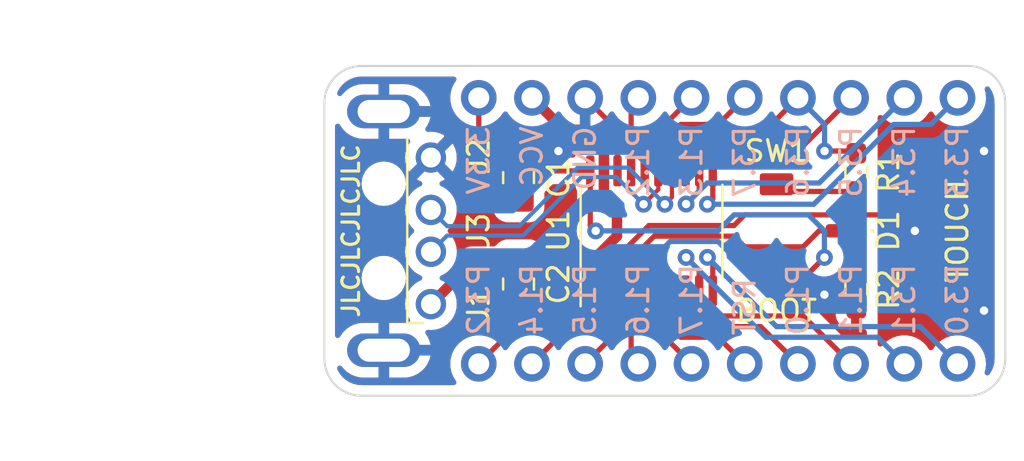
<source format=kicad_pcb>
(kicad_pcb (version 20211014) (generator pcbnew)
  (layers (0 "F.Cu" signal) (31 "B.Cu" signal) (34 "B.Paste" user) (35 "F.Paste" user) (36 "B.SilkS" user "B.Silkscreen") (37 "F.SilkS" user "F.Silkscreen") (38 "B.Mask" user) (39 "F.Mask" user) (44 "Edge.Cuts" user))
  (net 0 "")
  (net 1 "+3.3V")
  (net 2 "GND")
  (net 3 "VCC")
  (net 4 "P3.2")
  (net 5 "P1.4")
  (net 6 "P1.5")
  (net 7 "P1.6")
  (net 8 "P1.7")
  (net 9 "RST")
  (net 10 "P3.1")
  (net 11 "P3.0")
  (net 12 "P1.1")
  (net 13 "P3.3")
  (net 14 "P3.4")
  (net 15 "P1.0")
  (net 16 "Net-(R1-Pad2)")
  (net 17 "P1.2")
  (net 18 "P1.3")
  (net 19 "D-")
  (net 20 "D+")
  (net 21 "P3.5")
  (net 22 "Net-(D1-Pad1)")
  (footprint "Capacitor_SMD:C_0805_2012Metric_Pad1.18x1.45mm_HandSolder" (layer "F.Cu") (at 109.855 93.472 -90)
    (fp_text reference "C2" (at 0 -1.905 -90) (layer "F.SilkS"))
    (fp_text value "100n")
    (fp_line (start -0.261252 0.735) (end 0.261252 0.735) (layer "F.SilkS") (width 0.12))
    (fp_line (start -0.261252 -0.735) (end 0.261252 -0.735) (layer "F.SilkS") (width 0.12))
    (pad "1" smd roundrect (at -1.0375 0 270) (size 1.175 1.45) (layers "F.Cu" "F.Paste" "F.Mask") (roundrect_rratio 0.2127659574) (net 3 "VCC"))
    (pad "2" smd roundrect (at 1.0375 0 270) (size 1.175 1.45) (layers "F.Cu" "F.Paste" "F.Mask") (roundrect_rratio 0.2127659574) (net 2 "GND"))
  )
  (footprint "Capacitor_SMD:C_0805_2012Metric_Pad1.18x1.45mm_HandSolder" (layer "F.Cu") (at 109.855 88.392 90)
    (fp_text reference "C1" (at 0 1.905 90) (layer "F.SilkS"))
    (fp_text value "100n")
    (fp_line (start -0.261252 -0.735) (end 0.261252 -0.735) (layer "F.SilkS") (width 0.12))
    (fp_line (start -0.261252 0.735) (end 0.261252 0.735) (layer "F.SilkS") (width 0.12))
    (pad "1" smd roundrect (at -1.0375 0 90) (size 1.175 1.45) (layers "F.Cu" "F.Paste" "F.Mask") (roundrect_rratio 0.2127659574) (net 1 "+3.3V"))
    (pad "2" smd roundrect (at 1.0375 0 90) (size 1.175 1.45) (layers "F.Cu" "F.Paste" "F.Mask") (roundrect_rratio 0.2127659574) (net 2 "GND"))
  )
  (footprint "Connector_PinHeader_2.54mm:PinHeader_1x10_P2.54mm_Vertical" (layer "F.Cu") (at 107.955 97.282 90)
    (fp_text reference "J1" (at 2.794 -0.005 90) (layer "F.SilkS"))
    (fp_text value "Conn_01x10")
    (pad "1" thru_hole oval (at 0 0 90) (size 1.7 1.7) (drill 1) (layers *.Cu *.Mask) (net 4 "P3.2"))
    (pad "2" thru_hole oval (at 0 2.54 90) (size 1.7 1.7) (drill 1) (layers *.Cu *.Mask) (net 5 "P1.4"))
    (pad "3" thru_hole oval (at 0 5.08 90) (size 1.7 1.7) (drill 1) (layers *.Cu *.Mask) (net 6 "P1.5"))
    (pad "4" thru_hole oval (at 0 7.62 90) (size 1.7 1.7) (drill 1) (layers *.Cu *.Mask) (net 7 "P1.6"))
    (pad "5" thru_hole oval (at 0 10.16 90) (size 1.7 1.7) (drill 1) (layers *.Cu *.Mask) (net 8 "P1.7"))
    (pad "6" thru_hole oval (at 0 12.7 90) (size 1.7 1.7) (drill 1) (layers *.Cu *.Mask) (net 9 "RST"))
    (pad "7" thru_hole oval (at 0 15.24 90) (size 1.7 1.7) (drill 1) (layers *.Cu *.Mask) (net 15 "P1.0"))
    (pad "8" thru_hole oval (at 0 17.78 90) (size 1.7 1.7) (drill 1) (layers *.Cu *.Mask) (net 12 "P1.1"))
    (pad "9" thru_hole oval (at 0 20.32 90) (size 1.7 1.7) (drill 1) (layers *.Cu *.Mask) (net 10 "P3.1"))
    (pad "10" thru_hole oval (at 0 22.86 90) (size 1.7 1.7) (drill 1) (layers *.Cu *.Mask) (net 11 "P3.0"))
  )
  (footprint "Resistor_SMD:R_0603_1608Metric_Pad0.98x0.95mm_HandSolder" (layer "F.Cu") (at 125.984 93.726 -90)
    (fp_text reference "R2" (at 0 -1.524 90) (layer "F.SilkS"))
    (fp_text value "1k")
    (fp_line (start -0.254724 0.5225) (end 0.254724 0.5225) (layer "F.SilkS") (width 0.12))
    (fp_line (start -0.254724 -0.5225) (end 0.254724 -0.5225) (layer "F.SilkS") (width 0.12))
    (pad "1" smd roundrect (at -0.9125 0 270) (size 0.975 0.95) (layers "F.Cu" "F.Paste" "F.Mask") (net 22 "Net-(D1-Pad1)"))
    (pad "2" smd roundrect (at 0.9125 0 270) (size 0.975 0.95) (layers "F.Cu" "F.Paste" "F.Mask") (net 2 "GND"))
  )
  (footprint "My_Library:USB_A_UseconnElectronics_USB-4AM103AS_Horizontal" (layer "F.Cu") (at 96.52 90.932 180)
    (fp_text reference "J3" (at -11.43 0 90) (layer "F.SilkS"))
    (fp_text value "USB_A")
    (fp_line (start -8.02 -4.4) (end -8.775 -4.4) (layer "F.SilkS") (width 0.12))
    (fp_line (start -8.02 -4.4) (end -8.02 4.4) (layer "F.SilkS") (width 0.12))
    (pad "" np_thru_hole circle (at -6.9 -2.25 180) (size 1.1 1.1) (drill 1.1) (layers F&B.Cu *.Mask))
    (pad "" np_thru_hole circle (at -6.9 2.25 180) (size 1.1 1.1) (drill 1.1) (layers F&B.Cu *.Mask))
    (pad "1" thru_hole circle (at -9.15 -3.5 180) (size 1.45 1.45) (drill 0.95) (layers *.Cu *.Mask) (net 3 "VCC"))
    (pad "2" thru_hole circle (at -9.15 -1 180) (size 1.45 1.45) (drill 0.95) (layers *.Cu *.Mask) (net 19 "D-"))
    (pad "3" thru_hole circle (at -9.15 1 180) (size 1.45 1.45) (drill 0.95) (layers *.Cu *.Mask) (net 20 "D+"))
    (pad "4" thru_hole circle (at -9.15 3.5 180) (size 1.45 1.45) (drill 0.95) (layers *.Cu *.Mask) (net 2 "GND"))
    (pad "5" thru_hole oval (at -6.9 -5.7 180) (size 3.5 1.6) (drill oval 2.5 1.1) (layers *.Cu *.Mask) (net 2 "GND"))
    (pad "5" thru_hole oval (at -6.9 5.7 180) (size 3.5 1.6) (drill oval 2.5 1.1) (layers *.Cu *.Mask) (net 2 "GND"))
  )
  (footprint "Package_SO:TSSOP-20_4.4x6.5mm_P0.65mm" (layer "F.Cu") (at 116.205 90.932 90)
    (fp_text reference "U1" (at 0 -4.445 90) (layer "F.SilkS"))
    (fp_text value "CH552T")
    (fp_line (start 0 3.385) (end 2.2 3.385) (layer "F.SilkS") (width 0.12))
    (fp_line (start 0 3.385) (end -2.2 3.385) (layer "F.SilkS") (width 0.12))
    (fp_line (start 0 -3.385) (end 2.2 -3.385) (layer "F.SilkS") (width 0.12))
    (fp_line (start 0 -3.385) (end -3.6 -3.385) (layer "F.SilkS") (width 0.12))
    (pad "1" smd roundrect (at -2.8625 -2.925 90) (size 1.475 0.4) (layers "F.Cu" "F.Paste" "F.Mask") (net 4 "P3.2"))
    (pad "2" smd roundrect (at -2.8625 -2.275 90) (size 1.475 0.4) (layers "F.Cu" "F.Paste" "F.Mask") (net 5 "P1.4"))
    (pad "3" smd roundrect (at -2.8625 -1.625 90) (size 1.475 0.4) (layers "F.Cu" "F.Paste" "F.Mask") (net 6 "P1.5"))
    (pad "4" smd roundrect (at -2.8625 -0.975 90) (size 1.475 0.4) (layers "F.Cu" "F.Paste" "F.Mask") (net 7 "P1.6"))
    (pad "5" smd roundrect (at -2.8625 -0.325 90) (size 1.475 0.4) (layers "F.Cu" "F.Paste" "F.Mask") (net 8 "P1.7"))
    (pad "6" smd roundrect (at -2.8625 0.325 90) (size 1.475 0.4) (layers "F.Cu" "F.Paste" "F.Mask") (net 9 "RST"))
    (pad "7" smd roundrect (at -2.8625 0.975 90) (size 1.475 0.4) (layers "F.Cu" "F.Paste" "F.Mask") (net 15 "P1.0"))
    (pad "8" smd roundrect (at -2.8625 1.625 90) (size 1.475 0.4) (layers "F.Cu" "F.Paste" "F.Mask") (net 12 "P1.1"))
    (pad "9" smd roundrect (at -2.8625 2.275 90) (size 1.475 0.4) (layers "F.Cu" "F.Paste" "F.Mask") (net 10 "P3.1"))
    (pad "10" smd roundrect (at -2.8625 2.925 90) (size 1.475 0.4) (layers "F.Cu" "F.Paste" "F.Mask") (net 11 "P3.0"))
    (pad "11" smd roundrect (at 2.8625 2.925 90) (size 1.475 0.4) (layers "F.Cu" "F.Paste" "F.Mask") (net 13 "P3.3"))
    (pad "12" smd roundrect (at 2.8625 2.275 90) (size 1.475 0.4) (layers "F.Cu" "F.Paste" "F.Mask") (net 14 "P3.4"))
    (pad "13" smd roundrect (at 2.8625 1.625 90) (size 1.475 0.4) (layers "F.Cu" "F.Paste" "F.Mask") (net 21 "P3.5"))
    (pad "14" smd roundrect (at 2.8625 0.975 90) (size 1.475 0.4) (layers "F.Cu" "F.Paste" "F.Mask") (net 20 "D+"))
    (pad "15" smd roundrect (at 2.8625 0.325 90) (size 1.475 0.4) (layers "F.Cu" "F.Paste" "F.Mask") (net 19 "D-"))
    (pad "16" smd roundrect (at 2.8625 -0.325 90) (size 1.475 0.4) (layers "F.Cu" "F.Paste" "F.Mask") (net 18 "P1.3"))
    (pad "17" smd roundrect (at 2.8625 -0.975 90) (size 1.475 0.4) (layers "F.Cu" "F.Paste" "F.Mask") (net 17 "P1.2"))
    (pad "18" smd roundrect (at 2.8625 -1.625 90) (size 1.475 0.4) (layers "F.Cu" "F.Paste" "F.Mask") (net 2 "GND"))
    (pad "19" smd roundrect (at 2.8625 -2.275 90) (size 1.475 0.4) (layers "F.Cu" "F.Paste" "F.Mask") (net 3 "VCC"))
    (pad "20" smd roundrect (at 2.8625 -2.925 90) (size 1.475 0.4) (layers "F.Cu" "F.Paste" "F.Mask") (net 1 "+3.3V"))
  )
  (footprint "LED_SMD:LED_0402_1005Metric_Pad0.77x0.64mm_HandSolder" (layer "F.Cu") (at 125.476 90.932 180)
    (fp_text reference "D1" (at -2.032 0 90) (layer "F.SilkS"))
    (fp_text value "LED")
    (fp_circle (center -1.265 0) (end -1.215 0) (layer "F.SilkS") (width 0.1) (fill none))
    (pad "1" smd roundrect (at -0.5725 0 180) (size 0.765 0.64) (layers "F.Cu" "F.Paste" "F.Mask") (net 22 "Net-(D1-Pad1)"))
    (pad "2" smd roundrect (at 0.5725 0 180) (size 0.765 0.64) (layers "F.Cu" "F.Paste" "F.Mask") (net 6 "P1.5"))
  )
  (footprint "My_Library:SW_Push_SPST_NO_TVAF06-A020B-R" (layer "F.Cu") (at 122.174 90.932 180)
    (fp_text reference "SW1" (at 0 3.81) (layer "F.SilkS"))
    (fp_text value "BOOT" (at 0 -3.81) (layer "F.SilkS"))
    (pad "" np_thru_hole circle (at -0.9 0 180) (size 0.75 0.75) (drill 0.75) (layers *.Cu *.Mask))
    (pad "" np_thru_hole circle (at 0.9 0 180) (size 0.75 0.75) (drill 0.75) (layers *.Cu *.Mask))
    (pad "1" smd roundrect (at 0 2.225 180) (size 1.6 1.05) (layers "F.Cu" "F.Paste" "F.Mask") (roundrect_rratio 0.125) (net 16 "Net-(R1-Pad2)"))
    (pad "2" smd roundrect (at 0 -2.225 180) (size 1.6 1.05) (layers "F.Cu" "F.Paste" "F.Mask") (roundrect_rratio 0.125) (net 1 "+3.3V"))
  )
  (footprint "Connector_PinHeader_2.54mm:PinHeader_1x10_P2.54mm_Vertical" (layer "F.Cu") (at 107.955 84.582 90)
    (fp_text reference "J2" (at -2.794 -0.005 90) (layer "F.SilkS"))
    (fp_text value "Conn_01x10")
    (pad "1" thru_hole oval (at 0 0 90) (size 1.7 1.7) (drill 1) (layers *.Cu *.Mask) (net 1 "+3.3V"))
    (pad "2" thru_hole oval (at 0 2.54 90) (size 1.7 1.7) (drill 1) (layers *.Cu *.Mask) (net 3 "VCC"))
    (pad "3" thru_hole oval (at 0 5.08 90) (size 1.7 1.7) (drill 1) (layers *.Cu *.Mask) (net 2 "GND"))
    (pad "4" thru_hole oval (at 0 7.62 90) (size 1.7 1.7) (drill 1) (layers *.Cu *.Mask) (net 17 "P1.2"))
    (pad "5" thru_hole oval (at 0 10.16 90) (size 1.7 1.7) (drill 1) (layers *.Cu *.Mask) (net 18 "P1.3"))
    (pad "6" thru_hole oval (at 0 12.7 90) (size 1.7 1.7) (drill 1) (layers *.Cu *.Mask) (net 19 "D-"))
    (pad "7" thru_hole oval (at 0 15.24 90) (size 1.7 1.7) (drill 1) (layers *.Cu *.Mask) (net 20 "D+"))
    (pad "8" thru_hole oval (at 0 17.78 90) (size 1.7 1.7) (drill 1) (layers *.Cu *.Mask) (net 21 "P3.5"))
    (pad "9" thru_hole oval (at 0 20.32 90) (size 1.7 1.7) (drill 1) (layers *.Cu *.Mask) (net 14 "P3.4"))
    (pad "10" thru_hole oval (at 0 22.86 90) (size 1.7 1.7) (drill 1) (layers *.Cu *.Mask) (net 13 "P3.3"))
  )
  (footprint "Resistor_SMD:R_0603_1608Metric_Pad0.98x0.95mm_HandSolder" (layer "F.Cu") (at 125.984 88.138 -90)
    (fp_text reference "R1" (at 0 -1.524 90) (layer "F.SilkS"))
    (fp_text value "10k")
    (fp_line (start -0.254724 0.5225) (end 0.254724 0.5225) (layer "F.SilkS") (width 0.12))
    (fp_line (start -0.254724 -0.5225) (end 0.254724 -0.5225) (layer "F.SilkS") (width 0.12))
    (pad "1" smd roundrect (at -0.9125 0 270) (size 0.975 0.95) (layers "F.Cu" "F.Paste" "F.Mask") (net 20 "D+"))
    (pad "2" smd roundrect (at 0.9125 0 270) (size 0.975 0.95) (layers "F.Cu" "F.Paste" "F.Mask") (net 16 "Net-(R1-Pad2)"))
  )
  (gr_line (start 133.096 97.028) (end 133.096 84.836) (layer "Edge.Cuts") (width 0.1))
  (gr_line (start 100.584 97.028) (end 100.584 84.836) (layer "Edge.Cuts") (width 0.1))
  (gr_line (start 102.362 83.058) (end 131.318 83.058) (layer "Edge.Cuts") (width 0.1))
  (gr_arc (start 102.362 98.806) (mid 101.104764 98.285236) (end 100.584 97.028) (layer "Edge.Cuts") (width 0.1))
  (gr_line (start 131.318 98.806) (end 102.362 98.806) (layer "Edge.Cuts") (width 0.1))
  (gr_arc (start 133.096 97.028) (mid 132.575236 98.285236) (end 131.318 98.806) (layer "Edge.Cuts") (width 0.1))
  (gr_arc (start 131.318 83.058) (mid 132.575236 83.578764) (end 133.096 84.836) (layer "Edge.Cuts") (width 0.1))
  (gr_arc (start 100.584 84.836) (mid 101.104764 83.578764) (end 102.362 83.058) (layer "Edge.Cuts") (width 0.1))
  (gr_text "P3.3" (at 130.81 85.852 90) (layer "B.SilkS") (effects (font (size 1 1)) (justify left mirror)))
  (gr_text "3.3V" (at 107.95 85.852 90) (layer "B.SilkS") (effects (font (size 1 1)) (justify left mirror)))
  (gr_text "P3.2" (at 107.95 96.012 90) (layer "B.SilkS") (effects (font (size 1 1)) (justify right mirror)))
  (gr_text "P1.6" (at 115.57 96.012 90) (layer "B.SilkS") (effects (font (size 1 1)) (justify right mirror)))
  (gr_text "P3.5" (at 125.73 85.852 90) (layer "B.SilkS") (effects (font (size 1 1)) (justify left mirror)))
  (gr_text "P3.4" (at 128.27 85.852 90) (layer "B.SilkS") (effects (font (size 1 1)) (justify left mirror)))
  (gr_text "P1.5" (at 113.03 96.012 90) (layer "B.SilkS") (effects (font (size 1 1)) (justify right mirror)))
  (gr_text "P3.0" (at 130.81 96.012 90) (layer "B.SilkS") (effects (font (size 1 1)) (justify right mirror)))
  (gr_text "P1.3" (at 118.11 85.852 90) (layer "B.SilkS") (effects (font (size 1 1)) (justify left mirror)))
  (gr_text "P1.2" (at 115.57 85.852 90) (layer "B.SilkS") (effects (font (size 1 1)) (justify left mirror)))
  (gr_text "VCC" (at 110.49 85.852 90) (layer "B.SilkS") (effects (font (size 1 1)) (justify left mirror)))
  (gr_text "P1.7" (at 118.11 96.012 90) (layer "B.SilkS") (effects (font (size 1 1)) (justify right mirror)))
  (gr_text "P1.0" (at 123.19 96.012 90) (layer "B.SilkS") (effects (font (size 1 1)) (justify right mirror)))
  (gr_text "P1.1" (at 125.73 96.012 90) (layer "B.SilkS") (effects (font (size 1 1)) (justify right mirror)))
  (gr_text "RST" (at 120.65 96.012 90) (layer "B.SilkS") (effects (font (size 1 1)) (justify right mirror)))
  (gr_text "P3.7" (at 120.65 85.852 90) (layer "B.SilkS") (effects (font (size 1 1)) (justify left mirror)))
  (gr_text "P1.4" (at 110.49 96.012 90) (layer "B.SilkS") (effects (font (size 1 1)) (justify right mirror)))
  (gr_text "GND" (at 113.03 85.852 90) (layer "B.SilkS") (effects (font (size 1 1)) (justify left mirror)))
  (gr_text "P3.1" (at 128.27 96.012 90) (layer "B.SilkS") (effects (font (size 1 1)) (justify right mirror)))
  (gr_text "P3.6" (at 123.19 85.852 90) (layer "B.SilkS") (effects (font (size 1 1)) (justify left mirror)))
  (gr_text "JLCJLCJLCJLC" (at 101.854 90.932 90) (layer "F.SilkS") (effects (font (size 0.8 0.8))))
  (gr_text "TOUCH" (at 130.81 90.932 90) (layer "F.SilkS") (effects (font (size 1 1))))
  (segment (start 108.7335 89.4295) (end 109.855 89.4295) (width 0.25) (layer "F.Cu") (net 1))
  (segment (start 123.505 93.157) (end 122.174 93.157) (width 0.25) (layer "F.Cu") (net 1))
  (segment (start 111.215 88.0695) (end 109.855 89.4295) (width 0.25) (layer "F.Cu") (net 1))
  (segment (start 124.46 92.202) (end 123.505 93.157) (width 0.25) (layer "F.Cu") (net 1))
  (segment (start 113.28 90.674) (end 113.28 88.0695) (width 0.25) (layer "F.Cu") (net 1))
  (segment (start 107.955 88.651) (end 108.7335 89.4295) (width 0.25) (layer "F.Cu") (net 1))
  (segment (start 113.28 88.0695) (end 111.215 88.0695) (width 0.25) (layer "F.Cu") (net 1))
  (segment (start 113.538 90.932) (end 113.28 90.674) (width 0.25) (layer "F.Cu") (net 1))
  (segment (start 107.955 84.582) (end 107.955 88.651) (width 0.25) (layer "F.Cu") (net 1))
  (via (at 124.46 92.202) (size 0.8) (drill 0.4) (layers "F.Cu" "B.Cu") (net 1))
  (via (at 113.538 90.932) (size 0.8) (drill 0.4) (layers "F.Cu" "B.Cu") (net 1))
  (segment (start 119.38 90.932) (end 120.142 90.17) (width 0.25) (layer "B.Cu") (net 1))
  (segment (start 113.538 90.932) (end 119.38 90.932) (width 0.25) (layer "B.Cu") (net 1))
  (segment (start 123.698 90.17) (end 124.46 90.932) (width 0.25) (layer "B.Cu") (net 1))
  (segment (start 120.142 90.17) (end 123.698 90.17) (width 0.25) (layer "B.Cu") (net 1))
  (segment (start 124.46 90.932) (end 124.46 92.202) (width 0.25) (layer "B.Cu") (net 1))
  (segment (start 101.854 88.434) (end 101.854 93.43) (width 0.25) (layer "F.Cu") (net 2))
  (segment (start 103.42 86.868) (end 101.854 88.434) (width 0.25) (layer "F.Cu") (net 2))
  (segment (start 105.806 96.632) (end 103.42 96.632) (width 0.25) (layer "F.Cu") (net 2))
  (segment (start 107.9285 94.5095) (end 105.806 96.632) (width 0.25) (layer "F.Cu") (net 2))
  (segment (start 101.854 93.43) (end 103.42 94.996) (width 0.25) (layer "F.Cu") (net 2))
  (segment (start 106.426 86.676) (end 105.67 87.432) (width 0.25) (layer "F.Cu") (net 2))
  (segment (start 114.58 86.127) (end 113.035 84.582) (width 0.25) (layer "F.Cu") (net 2))
  (segment (start 106.426 85.852) (end 106.426 86.676) (width 0.25) (layer "F.Cu") (net 2))
  (segment (start 124.46 93.98) (end 125.1185 94.6385) (width 0.25) (layer "F.Cu") (net 2))
  (segment (start 105.806 85.232) (end 106.426 85.852) (width 0.25) (layer "F.Cu") (net 2))
  (segment (start 125.1185 94.6385) (end 125.984 94.6385) (width 0.25) (layer "F.Cu") (net 2))
  (segment (start 110.0875 87.122) (end 109.855 87.3545) (width 0.25) (layer "F.Cu") (net 2))
  (segment (start 109.855 94.5095) (end 107.9285 94.5095) (width 0.25) (layer "F.Cu") (net 2))
  (segment (start 103.42 85.232) (end 103.42 86.868) (width 0.25) (layer "F.Cu") (net 2))
  (segment (start 111.76 87.122) (end 110.0875 87.122) (width 0.25) (layer "F.Cu") (net 2))
  (segment (start 103.42 94.996) (end 103.42 96.632) (width 0.25) (layer "F.Cu") (net 2))
  (segment (start 114.58 88.0695) (end 114.58 86.127) (width 0.25) (layer "F.Cu") (net 2))
  (segment (start 103.42 85.232) (end 105.806 85.232) (width 0.25) (layer "F.Cu") (net 2))
  (via (at 111.76 87.122) (size 0.8) (drill 0.4) (layers "F.Cu" "B.Cu") (net 2))
  (via (at 124.46 93.98) (size 0.8) (drill 0.4) (layers "F.Cu" "B.Cu") (net 2))
  (segment (start 119.38 91.44) (end 117.094 91.44) (width 0.25) (layer "B.Cu") (net 2))
  (segment (start 111.76 87.122) (end 110.49 88.392) (width 0.25) (layer "B.Cu") (net 2))
  (segment (start 110.49 88.392) (end 106.63 88.392) (width 0.25) (layer "B.Cu") (net 2))
  (segment (start 121.92 93.98) (end 119.38 91.44) (width 0.25) (layer "B.Cu") (net 2))
  (segment (start 124.46 93.98) (end 121.92 93.98) (width 0.25) (layer "B.Cu") (net 2))
  (segment (start 111.76 87.122) (end 113.035 85.847) (width 0.25) (layer "B.Cu") (net 2))
  (segment (start 105.806 96.632) (end 103.42 96.632) (width 0.25) (layer "B.Cu") (net 2))
  (segment (start 106.63 88.392) (end 105.67 87.432) (width 0.25) (layer "B.Cu") (net 2))
  (segment (start 117.094 91.44) (end 114.046 94.488) (width 0.25) (layer "B.Cu") (net 2))
  (segment (start 114.046 94.488) (end 107.95 94.488) (width 0.25) (layer "B.Cu") (net 2))
  (segment (start 113.035 85.847) (end 113.035 84.582) (width 0.25) (layer "B.Cu") (net 2))
  (segment (start 107.95 94.488) (end 105.806 96.632) (width 0.25) (layer "B.Cu") (net 2))
  (segment (start 109.855 92.4345) (end 107.6675 92.4345) (width 0.5) (layer "F.Cu") (net 3))
  (segment (start 113.93 87.006) (end 113.03 86.106) (width 0.5) (layer "F.Cu") (net 3))
  (segment (start 113.3055 92.4345) (end 109.855 92.4345) (width 0.5) (layer "F.Cu") (net 3))
  (segment (start 107.6675 92.4345) (end 105.67 94.432) (width 0.5) (layer "F.Cu") (net 3))
  (segment (start 113.93 88.0695) (end 113.93 89.292) (width 0.5) (layer "F.Cu") (net 3))
  (segment (start 113.03 86.106) (end 112.019 86.106) (width 0.5) (layer "F.Cu") (net 3))
  (segment (start 114.554 89.916) (end 114.554 91.186) (width 0.5) (layer "F.Cu") (net 3))
  (segment (start 114.554 91.186) (end 113.3055 92.4345) (width 0.5) (layer "F.Cu") (net 3))
  (segment (start 113.93 89.292) (end 114.554 89.916) (width 0.5) (layer "F.Cu") (net 3))
  (segment (start 113.93 88.0695) (end 113.93 87.006) (width 0.5) (layer "F.Cu") (net 3))
  (segment (start 112.019 86.106) (end 110.495 84.582) (width 0.5) (layer "F.Cu") (net 3))
  (segment (start 112.4535 93.7945) (end 113.28 93.7945) (width 0.25) (layer "F.Cu") (net 4))
  (segment (start 109.474 95.758) (end 107.95 97.282) (width 0.25) (layer "F.Cu") (net 4))
  (segment (start 110.49 95.758) (end 109.474 95.758) (width 0.25) (layer "F.Cu") (net 4))
  (segment (start 110.49 95.758) (end 112.4535 93.7945) (width 0.25) (layer "F.Cu") (net 4))
  (segment (start 112.019 95.758) (end 110.495 97.282) (width 0.25) (layer "F.Cu") (net 5))
  (segment (start 113.93 95.112) (end 113.284 95.758) (width 0.25) (layer "F.Cu") (net 5))
  (segment (start 113.93 93.7945) (end 113.93 95.112) (width 0.25) (layer "F.Cu") (net 5))
  (segment (start 120.142 90.678) (end 120.65 90.17) (width 0.25) (layer "F.Cu") (net 5))
  (segment (start 113.93 92.826) (end 116.078 90.678) (width 0.25) (layer "F.Cu") (net 5))
  (segment (start 128.016 90.17) (end 128.778 90.932) (width 0.25) (layer "F.Cu") (net 5))
  (segment (start 116.078 90.678) (end 120.142 90.678) (width 0.25) (layer "F.Cu") (net 5))
  (segment (start 120.65 90.17) (end 128.016 90.17) (width 0.25) (layer "F.Cu") (net 5))
  (segment (start 113.284 95.758) (end 112.019 95.758) (width 0.25) (layer "F.Cu") (net 5))
  (segment (start 128.778 93.218) (end 130.302 94.742) (width 0.25) (layer "F.Cu") (net 5))
  (segment (start 113.93 93.7945) (end 113.93 92.826) (width 0.25) (layer "F.Cu") (net 5))
  (segment (start 130.302 94.742) (end 132.08 94.742) (width 0.25) (layer "F.Cu") (net 5))
  (segment (start 132.08 87.122) (end 132.08 94.742) (width 0.25) (layer "F.Cu") (net 5))
  (segment (start 128.778 90.932) (end 128.778 93.218) (width 0.25) (layer "F.Cu") (net 5))
  (via (at 128.778 90.932) (size 0.8) (drill 0.4) (layers "F.Cu" "B.Cu") (net 5))
  (via (at 132.08 94.742) (size 0.8) (drill 0.4) (layers "F.Cu" "B.Cu") (net 5))
  (via (at 132.08 87.122) (size 0.8) (drill 0.4) (layers "F.Cu" "B.Cu") (net 5))
  (segment (start 114.58 92.938) (end 116.332 91.186) (width 0.25) (layer "F.Cu") (net 6))
  (segment (start 114.58 93.7945) (end 114.58 92.938) (width 0.25) (layer "F.Cu") (net 6))
  (segment (start 123.444 91.694) (end 124.206 90.932) (width 0.25) (layer "F.Cu") (net 6))
  (segment (start 116.332 91.186) (end 120.142 91.186) (width 0.25) (layer "F.Cu") (net 6))
  (segment (start 114.58 95.737) (end 113.035 97.282) (width 0.25) (layer "F.Cu") (net 6))
  (segment (start 124.206 90.932) (end 124.9035 90.932) (width 0.25) (layer "F.Cu") (net 6))
  (segment (start 120.142 91.186) (end 120.65 91.694) (width 0.25) (layer "F.Cu") (net 6))
  (segment (start 120.65 91.694) (end 123.444 91.694) (width 0.25) (layer "F.Cu") (net 6))
  (segment (start 114.58 93.7945) (end 114.58 95.737) (width 0.25) (layer "F.Cu") (net 6))
  (segment (start 115.23 96.937) (end 115.575 97.282) (width 0.25) (layer "F.Cu") (net 7))
  (segment (start 115.23 93.7945) (end 115.23 96.937) (width 0.25) (layer "F.Cu") (net 7))
  (segment (start 115.88 93.7945) (end 115.88 95.047) (width 0.25) (layer "F.Cu") (net 8))
  (segment (start 115.88 95.047) (end 118.115 97.282) (width 0.25) (layer "F.Cu") (net 8))
  (segment (start 117.602 96.012) (end 119.385 96.012) (width 0.25) (layer "F.Cu") (net 9))
  (segment (start 119.385 96.012) (end 120.655 97.282) (width 0.25) (layer "F.Cu") (net 9))
  (segment (start 116.53 93.7945) (end 116.53 94.94) (width 0.25) (layer "F.Cu") (net 9))
  (segment (start 116.53 94.94) (end 117.602 96.012) (width 0.25) (layer "F.Cu") (net 9))
  (segment (start 118.48 93.7945) (end 118.48 92.826) (width 0.25) (layer "F.Cu") (net 10))
  (segment (start 118.48 92.826) (end 117.856 92.202) (width 0.25) (layer "F.Cu") (net 10))
  (via (at 117.856 92.202) (size 0.8) (drill 0.4) (layers "F.Cu" "B.Cu") (net 10))
  (segment (start 117.856 92.202) (end 121.666 96.012) (width 0.25) (layer "B.Cu") (net 10))
  (segment (start 121.666 96.012) (end 127.005 96.012) (width 0.25) (layer "B.Cu") (net 10))
  (segment (start 127.005 96.012) (end 128.275 97.282) (width 0.25) (layer "B.Cu") (net 10))
  (segment (start 119.13 93.7945) (end 119.13 92.46) (width 0.25) (layer "F.Cu") (net 11))
  (segment (start 119.13 92.46) (end 118.872 92.202) (width 0.25) (layer "F.Cu") (net 11))
  (via (at 118.876299 92.197701) (size 0.8) (drill 0.4) (layers "F.Cu" "B.Cu") (net 11))
  (segment (start 122.174 95.504) (end 129.037 95.504) (width 0.25) (layer "B.Cu") (net 11))
  (segment (start 129.037 95.504) (end 130.815 97.282) (width 0.25) (layer "B.Cu") (net 11))
  (segment (start 118.872 92.202) (end 122.174 95.504) (width 0.25) (layer "B.Cu") (net 11))
  (segment (start 117.83 93.7945) (end 117.83 94.716) (width 0.25) (layer "F.Cu") (net 12))
  (segment (start 123.449 94.996) (end 125.735 97.282) (width 0.25) (layer "F.Cu") (net 12))
  (segment (start 117.83 94.716) (end 118.11 94.996) (width 0.25) (layer "F.Cu") (net 12))
  (segment (start 118.11 94.996) (end 123.449 94.996) (width 0.25) (layer "F.Cu") (net 12))
  (segment (start 118.872 89.662) (end 119.13 89.404) (width 0.25) (layer "F.Cu") (net 13))
  (segment (start 119.13 89.404) (end 119.13 88.0695) (width 0.25) (layer "F.Cu") (net 13))
  (via (at 118.872 89.662) (size 0.8) (drill 0.4) (layers "F.Cu" "B.Cu") (net 13))
  (segment (start 127.762 85.852) (end 129.545 85.852) (width 0.25) (layer "B.Cu") (net 13))
  (segment (start 123.952 89.662) (end 127.762 85.852) (width 0.25) (layer "B.Cu") (net 13))
  (segment (start 129.545 85.852) (end 130.815 84.582) (width 0.25) (layer "B.Cu") (net 13))
  (segment (start 118.872 89.662) (end 123.952 89.662) (width 0.25) (layer "B.Cu") (net 13))
  (segment (start 118.48 88.0695) (end 118.48 89.028695) (width 0.25) (layer "F.Cu") (net 14))
  (segment (start 118.48 89.028695) (end 117.856 89.652695) (width 0.25) (layer "F.Cu") (net 14))
  (via (at 117.856 89.652695) (size 0.8) (drill 0.4) (layers "F.Cu" "B.Cu") (net 14))
  (segment (start 124.211 88.646) (end 128.275 84.582) (width 0.25) (layer "B.Cu") (net 14))
  (segment (start 117.856 89.652695) (end 118.862695 88.646) (width 0.25) (layer "B.Cu") (net 14))
  (segment (start 118.862695 88.646) (end 124.211 88.646) (width 0.25) (layer "B.Cu") (net 14))
  (segment (start 117.18 93.7945) (end 117.18 94.828) (width 0.25) (layer "F.Cu") (net 15))
  (segment (start 121.417 95.504) (end 123.195 97.282) (width 0.25) (layer "F.Cu") (net 15))
  (segment (start 117.18 94.828) (end 117.856 95.504) (width 0.25) (layer "F.Cu") (net 15))
  (segment (start 117.856 95.504) (end 121.417 95.504) (width 0.25) (layer "F.Cu") (net 15))
  (segment (start 122.5175 89.0505) (end 122.174 88.707) (width 0.25) (layer "F.Cu") (net 16))
  (segment (start 125.984 89.0505) (end 122.5175 89.0505) (width 0.25) (layer "F.Cu") (net 16))
  (segment (start 115.23 88.0695) (end 115.23 84.927) (width 0.25) (layer "F.Cu") (net 17))
  (segment (start 115.23 84.927) (end 115.575 84.582) (width 0.25) (layer "F.Cu") (net 17))
  (segment (start 115.88 88.0695) (end 115.88 86.817) (width 0.25) (layer "F.Cu") (net 18))
  (segment (start 115.88 86.817) (end 118.115 84.582) (width 0.25) (layer "F.Cu") (net 18))
  (segment (start 116.53 86.924) (end 117.602 85.852) (width 0.25) (layer "F.Cu") (net 19))
  (segment (start 116.53 88.0695) (end 116.53 86.924) (width 0.25) (layer "F.Cu") (net 19))
  (segment (start 117.602 85.852) (end 119.385 85.852) (width 0.25) (layer "F.Cu") (net 19))
  (segment (start 119.385 85.852) (end 120.655 84.582) (width 0.25) (layer "F.Cu") (net 19))
  (segment (start 116.53 88.956) (end 115.824 89.662) (width 0.2) (layer "F.Cu") (net 19))
  (segment (start 116.53 88.0695) (end 116.53 88.956) (width 0.2) (layer "F.Cu") (net 19))
  (via (at 115.824 89.662) (size 0.8) (drill 0.4) (layers "F.Cu" "B.Cu") (net 19))
  (segment (start 115.824 89.662) (end 114.525 88.363) (width 0.2) (layer "B.Cu") (net 19))
  (segment (start 110.075199 91.157001) (end 106.444999 91.157001) (width 0.2) (layer "B.Cu") (net 19))
  (segment (start 114.525 88.363) (end 112.8692 88.363) (width 0.2) (layer "B.Cu") (net 19))
  (segment (start 106.444999 91.157001) (end 105.67 91.932) (width 0.2) (layer "B.Cu") (net 19))
  (segment (start 112.8692 88.363) (end 110.075199 91.157001) (width 0.2) (layer "B.Cu") (net 19))
  (segment (start 124.4668 87.122) (end 125.8805 87.122) (width 0.25) (layer "F.Cu") (net 20))
  (segment (start 117.18 89.322) (end 116.84 89.662) (width 0.2) (layer "F.Cu") (net 20))
  (segment (start 117.856 86.36) (end 121.417 86.36) (width 0.25) (layer "F.Cu") (net 20))
  (segment (start 125.8805 87.122) (end 125.984 87.2255) (width 0.25) (layer "F.Cu") (net 20))
  (segment (start 121.417 86.36) (end 123.195 84.582) (width 0.25) (layer "F.Cu") (net 20))
  (segment (start 117.18 88.0695) (end 117.18 89.322) (width 0.2) (layer "F.Cu") (net 20))
  (segment (start 117.18 87.036) (end 117.856 86.36) (width 0.25) (layer "F.Cu") (net 20))
  (segment (start 117.18 88.0695) (end 117.18 87.036) (width 0.25) (layer "F.Cu") (net 20))
  (via (at 116.84 89.662) (size 0.8) (drill 0.4) (layers "F.Cu" "B.Cu") (net 20))
  (via (at 124.4668 87.122) (size 0.8) (drill 0.4) (layers "F.Cu" "B.Cu") (net 20))
  (segment (start 106.444999 90.706999) (end 105.67 89.932) (width 0.2) (layer "B.Cu") (net 20))
  (segment (start 124.4668 87.122) (end 124.4668 85.8538) (width 0.25) (layer "B.Cu") (net 20))
  (segment (start 116.84 89.662) (end 115.091 87.913) (width 0.2) (layer "B.Cu") (net 20))
  (segment (start 109.888801 90.706999) (end 106.444999 90.706999) (width 0.2) (layer "B.Cu") (net 20))
  (segment (start 124.4668 85.8538) (end 123.195 84.582) (width 0.25) (layer "B.Cu") (net 20))
  (segment (start 112.6828 87.913) (end 109.888801 90.706999) (width 0.2) (layer "B.Cu") (net 20))
  (segment (start 115.091 87.913) (end 112.6828 87.913) (width 0.2) (layer "B.Cu") (net 20))
  (segment (start 123.449 86.868) (end 125.735 84.582) (width 0.25) (layer "F.Cu") (net 21))
  (segment (start 117.83 88.0695) (end 117.83 87.148) (width 0.25) (layer "F.Cu") (net 21))
  (segment (start 118.11 86.868) (end 123.449 86.868) (width 0.25) (layer "F.Cu") (net 21))
  (segment (start 117.83 87.148) (end 118.11 86.868) (width 0.25) (layer "F.Cu") (net 21))
  (segment (start 126.0485 90.932) (end 126.0485 92.749) (width 0.25) (layer "F.Cu") (net 22))
  (segment (start 126.0485 92.749) (end 125.984 92.8135) (width 0.25) (layer "F.Cu") (net 22))
  (zone (net 5) (net_name "P1.4") (layers F&B.Cu) (priority 1) (connect_pads (clearance 0.508)) (min_thickness 0.254) (fill yes (thermal_gap 0.508) (thermal_bridge_width 0.508))
    (polygon (pts (xy 133.096 98.806) (xy 127 98.806) (xy 127 83.058) (xy 133.096 83.058)))
  )
  (zone (net 2) (net_name "GND") (layers F&B.Cu) (connect_pads (clearance 0.508)) (min_thickness 0.254) (fill yes (thermal_gap 0.508) (thermal_bridge_width 0.508))
    (polygon (pts (xy 127 98.806) (xy 100.584 98.806) (xy 100.584 83.058) (xy 127 83.058)))
  )
)
</source>
